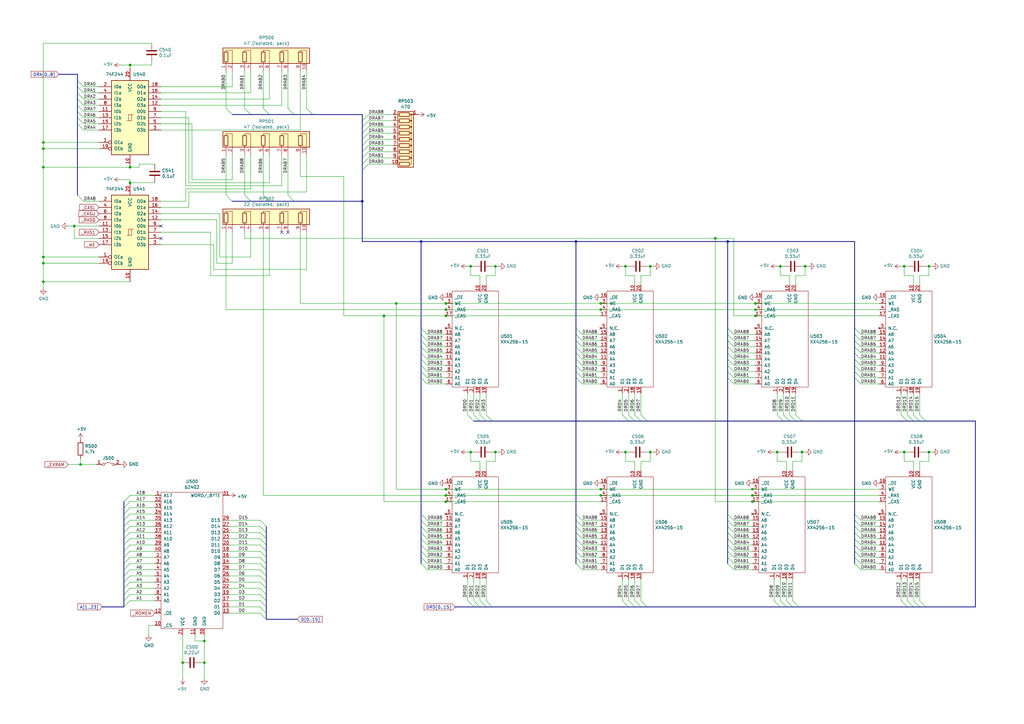
<source format=kicad_sch>
(kicad_sch (version 20230121) (generator eeschema)
  (paper "A3")
  (title_block (title "B2000 Chipram") (date "07/06/1987") (rev "6.2-a") (company "Commodore") (comment 1 "Drawn by: Dave Haynie") (comment 2 "Used on: A2000-CR") (comment 3 "Next Assy: 312725") (comment 4 "Assy: 312721"))
  (junction (at 33.02 190.5))
  (junction (at 370.84 109.22))
  (junction (at 246.38 200.66))
  (junction (at 148.59 82.55))
  (junction (at 309.88 127))
  (junction (at 182.88 205.74))
  (junction (at 298.45 99.06))
  (junction (at 17.78 60.96))
  (junction (at 53.34 68.58))
  (junction (at 246.38 124.46))
  (junction (at 17.78 105.41))
  (junction (at 172.72 99.06))
  (junction (at 193.04 185.42))
  (junction (at 17.78 115.57))
  (junction (at 266.7 109.22))
  (junction (at 308.61 203.2))
  (junction (at 203.2 109.22))
  (junction (at 83.82 271.78))
  (junction (at 308.61 205.74))
  (junction (at 256.54 185.42))
  (junction (at 17.78 107.95))
  (junction (at 236.22 99.06))
  (junction (at 330.2 109.22))
  (junction (at 370.84 185.42))
  (junction (at 182.88 124.46))
  (junction (at 17.78 58.42))
  (junction (at 74.93 271.78))
  (junction (at 162.56 124.46))
  (junction (at 182.88 203.2))
  (junction (at 328.93 185.42))
  (junction (at 318.77 185.42))
  (junction (at 381 185.42))
  (junction (at 157.48 129.54))
  (junction (at 182.88 127))
  (junction (at 182.88 200.66))
  (junction (at 203.2 185.42))
  (junction (at 309.88 124.46))
  (junction (at 320.04 109.22))
  (junction (at 53.34 26.67))
  (junction (at 246.38 127))
  (junction (at 309.88 129.54))
  (junction (at 293.37 97.79))
  (junction (at 266.7 185.42))
  (junction (at 246.38 203.2))
  (junction (at 193.04 109.22))
  (junction (at 30.48 92.71))
  (junction (at 17.78 68.58))
  (junction (at 53.34 74.93))
  (junction (at 83.82 262.89))
  (junction (at 381 109.22))
  (junction (at 256.54 109.22))
  (junction (at 308.61 200.66))
  (junction (at 182.88 129.54))
  (no_connect (at 66.04 97.79))
  (no_connect (at 66.04 92.71))
  (no_connect (at 115.57 95.25))
  (no_connect (at 118.11 95.25))
  (bus_entry (at 172.72 220.98) (size 2.54 2.54))
  (bus_entry (at 372.11 246.38) (size 2.54 2.54))
  (bus_entry (at 236.22 218.44) (size 2.54 2.54))
  (bus_entry (at 106.68 223.52) (size 2.54 2.54))
  (bus_entry (at 50.8 210.82) (size 2.54 -2.54))
  (bus_entry (at 298.45 215.9) (size 2.54 2.54))
  (bus_entry (at 236.22 152.4) (size 2.54 2.54))
  (bus_entry (at 298.45 231.14) (size 2.54 2.54))
  (bus_entry (at 106.68 238.76) (size 2.54 2.54))
  (bus_entry (at 106.68 218.44) (size 2.54 2.54))
  (bus_entry (at 350.52 226.06) (size 2.54 2.54))
  (bus_entry (at 350.52 139.7) (size 2.54 2.54))
  (bus_entry (at 298.45 152.4) (size 2.54 2.54))
  (bus_entry (at 50.8 226.06) (size 2.54 -2.54))
  (bus_entry (at 369.57 246.38) (size 2.54 2.54))
  (bus_entry (at 148.59 49.53) (size 2.54 -2.54))
  (bus_entry (at 172.72 137.16) (size 2.54 2.54))
  (bus_entry (at 50.8 233.68) (size 2.54 -2.54))
  (bus_entry (at 106.68 220.98) (size 2.54 2.54))
  (bus_entry (at 377.19 246.38) (size 2.54 2.54))
  (bus_entry (at 106.68 231.14) (size 2.54 2.54))
  (bus_entry (at 196.85 170.18) (size 2.54 2.54))
  (bus_entry (at 236.22 210.82) (size 2.54 2.54))
  (bus_entry (at 148.59 62.23) (size 2.54 -2.54))
  (bus_entry (at 350.52 213.36) (size 2.54 2.54))
  (bus_entry (at 106.68 233.68) (size 2.54 2.54))
  (bus_entry (at 92.71 80.01) (size 2.54 2.54))
  (bus_entry (at 31.75 48.26) (size 2.54 2.54))
  (bus_entry (at 298.45 220.98) (size 2.54 2.54))
  (bus_entry (at 106.68 228.6) (size 2.54 2.54))
  (bus_entry (at 50.8 218.44) (size 2.54 -2.54))
  (bus_entry (at 350.52 223.52) (size 2.54 2.54))
  (bus_entry (at 50.8 205.74) (size 2.54 -2.54))
  (bus_entry (at 236.22 139.7) (size 2.54 2.54))
  (bus_entry (at 298.45 149.86) (size 2.54 2.54))
  (bus_entry (at 106.68 226.06) (size 2.54 2.54))
  (bus_entry (at 172.72 223.52) (size 2.54 2.54))
  (bus_entry (at 50.8 215.9) (size 2.54 -2.54))
  (bus_entry (at 321.31 170.18) (size 2.54 2.54))
  (bus_entry (at 172.72 149.86) (size 2.54 2.54))
  (bus_entry (at 325.12 246.38) (size 2.54 2.54))
  (bus_entry (at 106.68 241.3) (size 2.54 2.54))
  (bus_entry (at 172.72 142.24) (size 2.54 2.54))
  (bus_entry (at 369.57 170.18) (size 2.54 2.54))
  (bus_entry (at 298.45 134.62) (size 2.54 2.54))
  (bus_entry (at 350.52 210.82) (size 2.54 2.54))
  (bus_entry (at 172.72 218.44) (size 2.54 2.54))
  (bus_entry (at 236.22 226.06) (size 2.54 2.54))
  (bus_entry (at 148.59 69.85) (size 2.54 -2.54))
  (bus_entry (at 350.52 149.86) (size 2.54 2.54))
  (bus_entry (at 148.59 52.07) (size 2.54 -2.54))
  (bus_entry (at 326.39 170.18) (size 2.54 2.54))
  (bus_entry (at 118.11 44.45) (size 2.54 2.54))
  (bus_entry (at 50.8 228.6) (size 2.54 -2.54))
  (bus_entry (at 298.45 144.78) (size 2.54 2.54))
  (bus_entry (at 106.68 246.38) (size 2.54 2.54))
  (bus_entry (at 50.8 223.52) (size 2.54 -2.54))
  (bus_entry (at 50.8 208.28) (size 2.54 -2.54))
  (bus_entry (at 31.75 38.1) (size 2.54 2.54))
  (bus_entry (at 194.31 170.18) (size 2.54 2.54))
  (bus_entry (at 172.72 134.62) (size 2.54 2.54))
  (bus_entry (at 350.52 231.14) (size 2.54 2.54))
  (bus_entry (at 172.72 147.32) (size 2.54 2.54))
  (bus_entry (at 323.85 170.18) (size 2.54 2.54))
  (bus_entry (at 31.75 80.01) (size 2.54 2.54))
  (bus_entry (at 298.45 223.52) (size 2.54 2.54))
  (bus_entry (at 191.77 170.18) (size 2.54 2.54))
  (bus_entry (at 106.68 213.36) (size 2.54 2.54))
  (bus_entry (at 298.45 213.36) (size 2.54 2.54))
  (bus_entry (at 236.22 134.62) (size 2.54 2.54))
  (bus_entry (at 255.27 246.38) (size 2.54 2.54))
  (bus_entry (at 298.45 137.16) (size 2.54 2.54))
  (bus_entry (at 196.85 246.38) (size 2.54 2.54))
  (bus_entry (at 172.72 152.4) (size 2.54 2.54))
  (bus_entry (at 50.8 241.3) (size 2.54 -2.54))
  (bus_entry (at 172.72 228.6) (size 2.54 2.54))
  (bus_entry (at 50.8 213.36) (size 2.54 -2.54))
  (bus_entry (at 31.75 35.56) (size 2.54 2.54))
  (bus_entry (at 148.59 57.15) (size 2.54 -2.54))
  (bus_entry (at 172.72 213.36) (size 2.54 2.54))
  (bus_entry (at 350.52 218.44) (size 2.54 2.54))
  (bus_entry (at 199.39 170.18) (size 2.54 2.54))
  (bus_entry (at 350.52 137.16) (size 2.54 2.54))
  (bus_entry (at 257.81 246.38) (size 2.54 2.54))
  (bus_entry (at 350.52 142.24) (size 2.54 2.54))
  (bus_entry (at 260.35 246.38) (size 2.54 2.54))
  (bus_entry (at 191.77 246.38) (size 2.54 2.54))
  (bus_entry (at 106.68 236.22) (size 2.54 2.54))
  (bus_entry (at 194.31 246.38) (size 2.54 2.54))
  (bus_entry (at 350.52 228.6) (size 2.54 2.54))
  (bus_entry (at 320.04 246.38) (size 2.54 2.54))
  (bus_entry (at 236.22 215.9) (size 2.54 2.54))
  (bus_entry (at 100.33 44.45) (size 2.54 2.54))
  (bus_entry (at 148.59 64.77) (size 2.54 -2.54))
  (bus_entry (at 350.52 144.78) (size 2.54 2.54))
  (bus_entry (at 374.65 246.38) (size 2.54 2.54))
  (bus_entry (at 106.68 248.92) (size 2.54 2.54))
  (bus_entry (at 118.11 80.01) (size 2.54 2.54))
  (bus_entry (at 107.95 44.45) (size 2.54 2.54))
  (bus_entry (at 172.72 139.7) (size 2.54 2.54))
  (bus_entry (at 172.72 231.14) (size 2.54 2.54))
  (bus_entry (at 350.52 152.4) (size 2.54 2.54))
  (bus_entry (at 298.45 139.7) (size 2.54 2.54))
  (bus_entry (at 199.39 246.38) (size 2.54 2.54))
  (bus_entry (at 31.75 45.72) (size 2.54 2.54))
  (bus_entry (at 236.22 154.94) (size 2.54 2.54))
  (bus_entry (at 350.52 154.94) (size 2.54 2.54))
  (bus_entry (at 31.75 50.8) (size 2.54 2.54))
  (bus_entry (at 106.68 215.9) (size 2.54 2.54))
  (bus_entry (at 148.59 54.61) (size 2.54 -2.54))
  (bus_entry (at 50.8 220.98) (size 2.54 -2.54))
  (bus_entry (at 92.71 44.45) (size 2.54 2.54))
  (bus_entry (at 172.72 215.9) (size 2.54 2.54))
  (bus_entry (at 350.52 220.98) (size 2.54 2.54))
  (bus_entry (at 262.89 170.18) (size 2.54 2.54))
  (bus_entry (at 236.22 228.6) (size 2.54 2.54))
  (bus_entry (at 257.81 170.18) (size 2.54 2.54))
  (bus_entry (at 125.73 44.45) (size 2.54 2.54))
  (bus_entry (at 172.72 144.78) (size 2.54 2.54))
  (bus_entry (at 322.58 246.38) (size 2.54 2.54))
  (bus_entry (at 298.45 226.06) (size 2.54 2.54))
  (bus_entry (at 236.22 147.32) (size 2.54 2.54))
  (bus_entry (at 255.27 170.18) (size 2.54 2.54))
  (bus_entry (at 148.59 59.69) (size 2.54 -2.54))
  (bus_entry (at 298.45 218.44) (size 2.54 2.54))
  (bus_entry (at 260.35 170.18) (size 2.54 2.54))
  (bus_entry (at 262.89 246.38) (size 2.54 2.54))
  (bus_entry (at 298.45 154.94) (size 2.54 2.54))
  (bus_entry (at 236.22 213.36) (size 2.54 2.54))
  (bus_entry (at 236.22 149.86) (size 2.54 2.54))
  (bus_entry (at 236.22 137.16) (size 2.54 2.54))
  (bus_entry (at 298.45 210.82) (size 2.54 2.54))
  (bus_entry (at 31.75 43.18) (size 2.54 2.54))
  (bus_entry (at 106.68 243.84) (size 2.54 2.54))
  (bus_entry (at 236.22 220.98) (size 2.54 2.54))
  (bus_entry (at 318.77 170.18) (size 2.54 2.54))
  (bus_entry (at 298.45 228.6) (size 2.54 2.54))
  (bus_entry (at 100.33 80.01) (size 2.54 2.54))
  (bus_entry (at 50.8 236.22) (size 2.54 -2.54))
  (bus_entry (at 50.8 238.76) (size 2.54 -2.54))
  (bus_entry (at 107.95 80.01) (size 2.54 2.54))
  (bus_entry (at 172.72 154.94) (size 2.54 2.54))
  (bus_entry (at 350.52 134.62) (size 2.54 2.54))
  (bus_entry (at 236.22 223.52) (size 2.54 2.54))
  (bus_entry (at 50.8 248.92) (size 2.54 -2.54))
  (bus_entry (at 317.5 246.38) (size 2.54 2.54))
  (bus_entry (at 350.52 215.9) (size 2.54 2.54))
  (bus_entry (at 172.72 210.82) (size 2.54 2.54))
  (bus_entry (at 350.52 147.32) (size 2.54 2.54))
  (bus_entry (at 236.22 231.14) (size 2.54 2.54))
  (bus_entry (at 377.19 170.18) (size 2.54 2.54))
  (bus_entry (at 50.8 246.38) (size 2.54 -2.54))
  (bus_entry (at 298.45 142.24) (size 2.54 2.54))
  (bus_entry (at 298.45 147.32) (size 2.54 2.54))
  (bus_entry (at 236.22 144.78) (size 2.54 2.54))
  (bus_entry (at 172.72 226.06) (size 2.54 2.54))
  (bus_entry (at 374.65 170.18) (size 2.54 2.54))
  (bus_entry (at 31.75 33.02) (size 2.54 2.54))
  (bus_entry (at 372.11 170.18) (size 2.54 2.54))
  (bus_entry (at 106.68 251.46) (size 2.54 2.54))
  (bus_entry (at 50.8 231.14) (size 2.54 -2.54))
  (bus_entry (at 31.75 40.64) (size 2.54 2.54))
  (bus_entry (at 148.59 67.31) (size 2.54 -2.54))
  (bus_entry (at 50.8 243.84) (size 2.54 -2.54))
  (bus_entry (at 236.22 142.24) (size 2.54 2.54))
  (wire (pts (xy 66.04 87.63) (xy 90.17 87.63)))
  (bus (pts (xy 196.85 172.72) (xy 199.39 172.72)))
  (wire (pts (xy 193.04 109.22) (xy 193.04 113.03)))
  (wire (pts (xy 360.68 144.78) (xy 353.06 144.78)))
  (wire (pts (xy 238.76 144.78) (xy 246.38 144.78)))
  (bus (pts (xy 50.8 246.38) (xy 50.8 248.92)))
  (wire (pts (xy 182.88 127) (xy 246.38 127)))
  (wire (pts (xy 309.88 127) (xy 360.68 127)))
  (wire (pts (xy 328.93 185.42) (xy 327.66 185.42)))
  (wire (pts (xy 66.04 82.55) (xy 76.2 82.55)))
  (bus (pts (xy 128.27 46.99) (xy 148.59 46.99)))
  (wire (pts (xy 63.5 238.76) (xy 53.34 238.76)))
  (bus (pts (xy 379.73 172.72) (xy 400.05 172.72)))
  (wire (pts (xy 102.87 105.41) (xy 102.87 95.25)))
  (wire (pts (xy 27.94 92.71) (xy 30.48 92.71)))
  (bus (pts (xy 350.52 215.9) (xy 350.52 218.44)))
  (bus (pts (xy 350.52 147.32) (xy 350.52 149.86)))
  (wire (pts (xy 360.68 157.48) (xy 353.06 157.48)))
  (wire (pts (xy 34.29 35.56) (xy 40.64 35.56)))
  (wire (pts (xy 323.85 161.29) (xy 323.85 170.18)))
  (wire (pts (xy 320.04 113.03) (xy 323.85 113.03)))
  (wire (pts (xy 238.76 220.98) (xy 246.38 220.98)))
  (wire (pts (xy 140.97 129.54) (xy 157.48 129.54)))
  (bus (pts (xy 172.72 223.52) (xy 172.72 226.06)))
  (bus (pts (xy 350.52 142.24) (xy 350.52 144.78)))
  (wire (pts (xy 360.68 137.16) (xy 353.06 137.16)))
  (bus (pts (xy 50.8 220.98) (xy 50.8 223.52)))
  (wire (pts (xy 95.25 73.66) (xy 95.25 63.5)))
  (bus (pts (xy 298.45 215.9) (xy 298.45 218.44)))
  (wire (pts (xy 256.54 185.42) (xy 257.81 185.42)))
  (wire (pts (xy 255.27 185.42) (xy 256.54 185.42)))
  (wire (pts (xy 266.7 113.03) (xy 266.7 109.22)))
  (wire (pts (xy 175.26 137.16) (xy 182.88 137.16)))
  (wire (pts (xy 191.77 185.42) (xy 193.04 185.42)))
  (wire (pts (xy 17.78 107.95) (xy 17.78 115.57)))
  (bus (pts (xy 50.8 205.74) (xy 50.8 208.28)))
  (wire (pts (xy 267.97 109.22) (xy 266.7 109.22)))
  (wire (pts (xy 63.5 233.68) (xy 53.34 233.68)))
  (bus (pts (xy 172.72 149.86) (xy 172.72 152.4)))
  (bus (pts (xy 172.72 220.98) (xy 172.72 223.52)))
  (bus (pts (xy 148.59 57.15) (xy 148.59 59.69)))
  (wire (pts (xy 262.89 189.23) (xy 262.89 193.04)))
  (wire (pts (xy 374.65 189.23) (xy 374.65 193.04)))
  (wire (pts (xy 300.99 226.06) (xy 308.61 226.06)))
  (wire (pts (xy 27.94 190.5) (xy 33.02 190.5)))
  (wire (pts (xy 256.54 189.23) (xy 260.35 189.23)))
  (wire (pts (xy 256.54 109.22) (xy 257.81 109.22)))
  (wire (pts (xy 262.89 189.23) (xy 266.7 189.23)))
  (bus (pts (xy 109.22 251.46) (xy 109.22 254)))
  (wire (pts (xy 40.64 107.95) (xy 17.78 107.95)))
  (bus (pts (xy 298.45 144.78) (xy 298.45 147.32)))
  (bus (pts (xy 262.89 172.72) (xy 265.43 172.72)))
  (wire (pts (xy 83.82 271.78) (xy 83.82 278.13)))
  (wire (pts (xy 17.78 60.96) (xy 17.78 68.58)))
  (wire (pts (xy 123.19 95.25) (xy 123.19 124.46)))
  (wire (pts (xy 300.99 142.24) (xy 309.88 142.24)))
  (wire (pts (xy 325.12 189.23) (xy 328.93 189.23)))
  (bus (pts (xy 298.45 147.32) (xy 298.45 149.86)))
  (wire (pts (xy 78.74 73.66) (xy 95.25 73.66)))
  (wire (pts (xy 256.54 185.42) (xy 256.54 189.23)))
  (wire (pts (xy 309.88 124.46) (xy 360.68 124.46)))
  (wire (pts (xy 257.81 161.29) (xy 257.81 170.18)))
  (bus (pts (xy 350.52 99.06) (xy 298.45 99.06)))
  (bus (pts (xy 109.22 228.6) (xy 109.22 231.14)))
  (wire (pts (xy 63.5 243.84) (xy 53.34 243.84)))
  (wire (pts (xy 93.98 248.92) (xy 106.68 248.92)))
  (wire (pts (xy 66.04 50.8) (xy 78.74 50.8)))
  (bus (pts (xy 172.72 139.7) (xy 172.72 142.24)))
  (wire (pts (xy 260.35 113.03) (xy 260.35 116.84)))
  (wire (pts (xy 88.9 107.95) (xy 95.25 107.95)))
  (wire (pts (xy 308.61 203.2) (xy 360.68 203.2)))
  (bus (pts (xy 120.65 46.99) (xy 128.27 46.99)))
  (wire (pts (xy 63.5 213.36) (xy 53.34 213.36)))
  (wire (pts (xy 370.84 185.42) (xy 370.84 189.23)))
  (wire (pts (xy 328.93 185.42) (xy 330.2 185.42)))
  (wire (pts (xy 374.65 161.29) (xy 374.65 170.18)))
  (bus (pts (xy 321.31 172.72) (xy 323.85 172.72)))
  (wire (pts (xy 193.04 113.03) (xy 196.85 113.03)))
  (wire (pts (xy 308.61 205.74) (xy 360.68 205.74)))
  (wire (pts (xy 175.26 149.86) (xy 182.88 149.86)))
  (bus (pts (xy 379.73 248.92) (xy 400.05 248.92)))
  (wire (pts (xy 238.76 231.14) (xy 246.38 231.14)))
  (wire (pts (xy 204.47 185.42) (xy 203.2 185.42)))
  (wire (pts (xy 300.99 233.68) (xy 308.61 233.68)))
  (wire (pts (xy 199.39 161.29) (xy 199.39 170.18)))
  (wire (pts (xy 30.48 92.71) (xy 30.48 97.79)))
  (wire (pts (xy 300.99 147.32) (xy 309.88 147.32)))
  (wire (pts (xy 353.06 228.6) (xy 360.68 228.6)))
  (bus (pts (xy 350.52 154.94) (xy 350.52 210.82)))
  (wire (pts (xy 95.25 35.56) (xy 95.25 29.21)))
  (wire (pts (xy 162.56 124.46) (xy 162.56 200.66)))
  (bus (pts (xy 50.8 238.76) (xy 50.8 241.3)))
  (wire (pts (xy 162.56 200.66) (xy 182.88 200.66)))
  (wire (pts (xy 199.39 113.03) (xy 203.2 113.03)))
  (bus (pts (xy 109.22 215.9) (xy 109.22 218.44)))
  (wire (pts (xy 381 189.23) (xy 381 185.42)))
  (wire (pts (xy 372.11 237.49) (xy 372.11 246.38)))
  (wire (pts (xy 115.57 76.2) (xy 115.57 63.5)))
  (bus (pts (xy 95.25 46.99) (xy 102.87 46.99)))
  (wire (pts (xy 123.19 63.5) (xy 123.19 72.39)))
  (wire (pts (xy 182.88 129.54) (xy 246.38 129.54)))
  (wire (pts (xy 17.78 60.96) (xy 40.64 60.96)))
  (wire (pts (xy 63.5 236.22) (xy 53.34 236.22)))
  (wire (pts (xy 100.33 63.5) (xy 100.33 80.01)))
  (bus (pts (xy 50.8 236.22) (xy 50.8 238.76)))
  (bus (pts (xy 148.59 49.53) (xy 148.59 52.07)))
  (bus (pts (xy 236.22 210.82) (xy 236.22 213.36)))
  (wire (pts (xy 382.27 185.42) (xy 381 185.42)))
  (bus (pts (xy 148.59 82.55) (xy 148.59 99.06)))
  (wire (pts (xy 100.33 95.25) (xy 100.33 97.79)))
  (bus (pts (xy 148.59 59.69) (xy 148.59 62.23)))
  (wire (pts (xy 374.65 237.49) (xy 374.65 246.38)))
  (wire (pts (xy 317.5 237.49) (xy 317.5 246.38)))
  (wire (pts (xy 326.39 113.03) (xy 330.2 113.03)))
  (bus (pts (xy 31.75 48.26) (xy 31.75 50.8)))
  (wire (pts (xy 33.02 190.5) (xy 39.37 190.5)))
  (bus (pts (xy 326.39 172.72) (xy 328.93 172.72)))
  (bus (pts (xy 109.22 226.06) (xy 109.22 228.6)))
  (wire (pts (xy 87.63 110.49) (xy 125.73 110.49)))
  (wire (pts (xy 203.2 189.23) (xy 203.2 185.42)))
  (bus (pts (xy 148.59 62.23) (xy 148.59 64.77)))
  (bus (pts (xy 109.22 220.98) (xy 109.22 223.52)))
  (bus (pts (xy 109.22 243.84) (xy 109.22 246.38)))
  (wire (pts (xy 300.99 223.52) (xy 308.61 223.52)))
  (wire (pts (xy 17.78 68.58) (xy 17.78 105.41)))
  (wire (pts (xy 318.77 109.22) (xy 320.04 109.22)))
  (bus (pts (xy 350.52 210.82) (xy 350.52 213.36)))
  (bus (pts (xy 201.93 172.72) (xy 257.81 172.72)))
  (wire (pts (xy 17.78 107.95) (xy 17.78 105.41)))
  (wire (pts (xy 76.2 77.47) (xy 102.87 77.47)))
  (bus (pts (xy 257.81 248.92) (xy 260.35 248.92)))
  (bus (pts (xy 196.85 248.92) (xy 199.39 248.92)))
  (wire (pts (xy 90.17 105.41) (xy 102.87 105.41)))
  (wire (pts (xy 100.33 97.79) (xy 293.37 97.79)))
  (wire (pts (xy 93.98 228.6) (xy 106.68 228.6)))
  (bus (pts (xy 50.8 231.14) (xy 50.8 233.68)))
  (wire (pts (xy 125.73 110.49) (xy 125.73 95.25)))
  (wire (pts (xy 17.78 115.57) (xy 17.78 118.11)))
  (wire (pts (xy 17.78 17.78) (xy 17.78 58.42)))
  (wire (pts (xy 93.98 243.84) (xy 106.68 243.84)))
  (bus (pts (xy 350.52 218.44) (xy 350.52 220.98)))
  (wire (pts (xy 266.7 189.23) (xy 266.7 185.42)))
  (bus (pts (xy 236.22 147.32) (xy 236.22 149.86)))
  (bus (pts (xy 236.22 99.06) (xy 172.72 99.06)))
  (wire (pts (xy 53.34 26.67) (xy 62.23 26.67)))
  (wire (pts (xy 381 109.22) (xy 379.73 109.22)))
  (bus (pts (xy 148.59 54.61) (xy 148.59 57.15)))
  (bus (pts (xy 236.22 226.06) (xy 236.22 228.6)))
  (wire (pts (xy 151.13 46.99) (xy 161.29 46.99)))
  (bus (pts (xy 109.22 238.76) (xy 109.22 241.3)))
  (wire (pts (xy 320.04 109.22) (xy 321.31 109.22)))
  (bus (pts (xy 298.45 220.98) (xy 298.45 223.52)))
  (wire (pts (xy 93.98 231.14) (xy 106.68 231.14)))
  (wire (pts (xy 175.26 154.94) (xy 182.88 154.94)))
  (wire (pts (xy 266.7 109.22) (xy 265.43 109.22)))
  (bus (pts (xy 236.22 154.94) (xy 236.22 210.82)))
  (bus (pts (xy 50.8 233.68) (xy 50.8 236.22)))
  (wire (pts (xy 300.99 152.4) (xy 309.88 152.4)))
  (wire (pts (xy 53.34 73.66) (xy 53.34 74.93)))
  (wire (pts (xy 157.48 129.54) (xy 157.48 205.74)))
  (wire (pts (xy 125.73 29.21) (xy 125.73 44.45)))
  (bus (pts (xy 236.22 215.9) (xy 236.22 218.44)))
  (wire (pts (xy 199.39 237.49) (xy 199.39 246.38)))
  (bus (pts (xy 298.45 223.52) (xy 298.45 226.06)))
  (wire (pts (xy 353.06 213.36) (xy 360.68 213.36)))
  (bus (pts (xy 172.72 137.16) (xy 172.72 139.7)))
  (bus (pts (xy 236.22 144.78) (xy 236.22 147.32)))
  (wire (pts (xy 328.93 189.23) (xy 328.93 185.42)))
  (wire (pts (xy 102.87 38.1) (xy 102.87 29.21)))
  (bus (pts (xy 328.93 172.72) (xy 372.11 172.72)))
  (wire (pts (xy 369.57 185.42) (xy 370.84 185.42)))
  (bus (pts (xy 350.52 226.06) (xy 350.52 228.6)))
  (wire (pts (xy 175.26 147.32) (xy 182.88 147.32)))
  (wire (pts (xy 110.49 40.64) (xy 110.49 29.21)))
  (wire (pts (xy 238.76 215.9) (xy 246.38 215.9)))
  (wire (pts (xy 381 185.42) (xy 379.73 185.42)))
  (wire (pts (xy 238.76 139.7) (xy 246.38 139.7)))
  (bus (pts (xy 262.89 248.92) (xy 265.43 248.92)))
  (wire (pts (xy 123.19 53.34) (xy 123.19 29.21)))
  (wire (pts (xy 191.77 237.49) (xy 191.77 246.38)))
  (wire (pts (xy 66.04 45.72) (xy 76.2 45.72)))
  (wire (pts (xy 325.12 237.49) (xy 325.12 246.38)))
  (wire (pts (xy 330.2 109.22) (xy 328.93 109.22)))
  (wire (pts (xy 360.68 152.4) (xy 353.06 152.4)))
  (wire (pts (xy 93.98 251.46) (xy 106.68 251.46)))
  (wire (pts (xy 63.5 215.9) (xy 53.34 215.9)))
  (wire (pts (xy 175.26 231.14) (xy 182.88 231.14)))
  (wire (pts (xy 49.53 73.66) (xy 53.34 73.66)))
  (wire (pts (xy 66.04 35.56) (xy 95.25 35.56)))
  (bus (pts (xy 50.8 248.92) (xy 41.91 248.92)))
  (wire (pts (xy 300.99 213.36) (xy 308.61 213.36)))
  (bus (pts (xy 236.22 152.4) (xy 236.22 154.94)))
  (wire (pts (xy 151.13 62.23) (xy 161.29 62.23)))
  (wire (pts (xy 175.26 223.52) (xy 182.88 223.52)))
  (bus (pts (xy 260.35 248.92) (xy 262.89 248.92)))
  (bus (pts (xy 109.22 236.22) (xy 109.22 238.76)))
  (bus (pts (xy 298.45 99.06) (xy 298.45 134.62)))
  (wire (pts (xy 82.55 271.78) (xy 83.82 271.78)))
  (bus (pts (xy 172.72 144.78) (xy 172.72 147.32)))
  (bus (pts (xy 298.45 142.24) (xy 298.45 144.78)))
  (wire (pts (xy 63.5 205.74) (xy 53.34 205.74)))
  (wire (pts (xy 93.98 220.98) (xy 106.68 220.98)))
  (bus (pts (xy 350.52 213.36) (xy 350.52 215.9)))
  (wire (pts (xy 66.04 95.25) (xy 86.36 95.25)))
  (wire (pts (xy 370.84 113.03) (xy 374.65 113.03)))
  (bus (pts (xy 172.72 134.62) (xy 172.72 137.16)))
  (bus (pts (xy 350.52 137.16) (xy 350.52 139.7)))
  (wire (pts (xy 83.82 262.89) (xy 83.82 271.78)))
  (bus (pts (xy 109.22 233.68) (xy 109.22 236.22)))
  (wire (pts (xy 293.37 205.74) (xy 308.61 205.74)))
  (bus (pts (xy 102.87 82.55) (xy 110.49 82.55)))
  (wire (pts (xy 175.26 157.48) (xy 182.88 157.48)))
  (wire (pts (xy 238.76 218.44) (xy 246.38 218.44)))
  (wire (pts (xy 175.26 226.06) (xy 182.88 226.06)))
  (wire (pts (xy 360.68 154.94) (xy 353.06 154.94)))
  (wire (pts (xy 353.06 220.98) (xy 360.68 220.98)))
  (bus (pts (xy 298.45 154.94) (xy 298.45 210.82)))
  (bus (pts (xy 236.22 218.44) (xy 236.22 220.98)))
  (wire (pts (xy 182.88 203.2) (xy 246.38 203.2)))
  (wire (pts (xy 360.68 147.32) (xy 353.06 147.32)))
  (wire (pts (xy 92.71 127) (xy 182.88 127)))
  (wire (pts (xy 238.76 213.36) (xy 246.38 213.36)))
  (wire (pts (xy 377.19 113.03) (xy 377.19 116.84)))
  (bus (pts (xy 298.45 226.06) (xy 298.45 228.6)))
  (bus (pts (xy 372.11 248.92) (xy 374.65 248.92)))
  (wire (pts (xy 353.06 226.06) (xy 360.68 226.06)))
  (bus (pts (xy 50.8 210.82) (xy 50.8 213.36)))
  (wire (pts (xy 87.63 100.33) (xy 87.63 110.49)))
  (wire (pts (xy 372.11 161.29) (xy 372.11 170.18)))
  (wire (pts (xy 238.76 157.48) (xy 246.38 157.48)))
  (wire (pts (xy 246.38 127) (xy 309.88 127)))
  (wire (pts (xy 76.2 45.72) (xy 76.2 76.2)))
  (bus (pts (xy 31.75 45.72) (xy 31.75 48.26)))
  (wire (pts (xy 175.26 215.9) (xy 182.88 215.9)))
  (wire (pts (xy 199.39 113.03) (xy 199.39 116.84)))
  (bus (pts (xy 172.72 226.06) (xy 172.72 228.6)))
  (wire (pts (xy 157.48 205.74) (xy 182.88 205.74)))
  (wire (pts (xy 330.2 113.03) (xy 330.2 109.22)))
  (wire (pts (xy 107.95 95.25) (xy 107.95 203.2)))
  (wire (pts (xy 320.04 237.49) (xy 320.04 246.38)))
  (wire (pts (xy 238.76 233.68) (xy 246.38 233.68)))
  (wire (pts (xy 238.76 142.24) (xy 246.38 142.24)))
  (wire (pts (xy 63.5 74.93) (xy 53.34 74.93)))
  (bus (pts (xy 298.45 99.06) (xy 236.22 99.06)))
  (bus (pts (xy 172.72 142.24) (xy 172.72 144.78)))
  (wire (pts (xy 203.2 113.03) (xy 203.2 109.22)))
  (wire (pts (xy 262.89 237.49) (xy 262.89 246.38)))
  (wire (pts (xy 204.47 109.22) (xy 203.2 109.22)))
  (bus (pts (xy 298.45 228.6) (xy 298.45 231.14)))
  (wire (pts (xy 63.5 218.44) (xy 53.34 218.44)))
  (wire (pts (xy 353.06 231.14) (xy 360.68 231.14)))
  (wire (pts (xy 300.99 149.86) (xy 309.88 149.86)))
  (wire (pts (xy 63.5 210.82) (xy 53.34 210.82)))
  (bus (pts (xy 172.72 228.6) (xy 172.72 231.14)))
  (bus (pts (xy 350.52 223.52) (xy 350.52 226.06)))
  (wire (pts (xy 175.26 142.24) (xy 182.88 142.24)))
  (bus (pts (xy 236.22 223.52) (xy 236.22 226.06)))
  (wire (pts (xy 49.53 26.67) (xy 53.34 26.67)))
  (bus (pts (xy 201.93 248.92) (xy 257.81 248.92)))
  (wire (pts (xy 182.88 205.74) (xy 246.38 205.74)))
  (bus (pts (xy 109.22 231.14) (xy 109.22 233.68)))
  (wire (pts (xy 196.85 237.49) (xy 196.85 246.38)))
  (wire (pts (xy 157.48 129.54) (xy 182.88 129.54)))
  (bus (pts (xy 50.8 241.3) (xy 50.8 243.84)))
  (bus (pts (xy 50.8 226.06) (xy 50.8 228.6)))
  (wire (pts (xy 326.39 161.29) (xy 326.39 170.18)))
  (wire (pts (xy 78.74 50.8) (xy 78.74 73.66)))
  (wire (pts (xy 238.76 137.16) (xy 246.38 137.16)))
  (wire (pts (xy 300.99 157.48) (xy 309.88 157.48)))
  (bus (pts (xy 322.58 248.92) (xy 325.12 248.92)))
  (wire (pts (xy 300.99 231.14) (xy 308.61 231.14)))
  (wire (pts (xy 246.38 124.46) (xy 309.88 124.46)))
  (bus (pts (xy 31.75 40.64) (xy 31.75 43.18)))
  (bus (pts (xy 31.75 38.1) (xy 31.75 40.64)))
  (bus (pts (xy 172.72 99.06) (xy 172.72 134.62)))
  (wire (pts (xy 86.36 113.03) (xy 110.49 113.03)))
  (bus (pts (xy 110.49 46.99) (xy 120.65 46.99)))
  (wire (pts (xy 151.13 49.53) (xy 161.29 49.53)))
  (bus (pts (xy 31.75 33.02) (xy 31.75 35.56)))
  (wire (pts (xy 66.04 43.18) (xy 115.57 43.18)))
  (wire (pts (xy 80.01 262.89) (xy 83.82 262.89)))
  (wire (pts (xy 74.93 271.78) (xy 74.93 278.13)))
  (wire (pts (xy 194.31 237.49) (xy 194.31 246.38)))
  (wire (pts (xy 175.26 139.7) (xy 182.88 139.7)))
  (wire (pts (xy 300.99 228.6) (xy 308.61 228.6)))
  (wire (pts (xy 191.77 109.22) (xy 193.04 109.22)))
  (wire (pts (xy 34.29 50.8) (xy 40.64 50.8)))
  (wire (pts (xy 326.39 113.03) (xy 326.39 116.84)))
  (bus (pts (xy 298.45 210.82) (xy 298.45 213.36)))
  (wire (pts (xy 377.19 189.23) (xy 377.19 193.04)))
  (bus (pts (xy 236.22 220.98) (xy 236.22 223.52)))
  (wire (pts (xy 151.13 57.15) (xy 161.29 57.15)))
  (bus (pts (xy 236.22 142.24) (xy 236.22 144.78)))
  (wire (pts (xy 63.5 223.52) (xy 53.34 223.52)))
  (wire (pts (xy 100.33 29.21) (xy 100.33 44.45)))
  (wire (pts (xy 325.12 189.23) (xy 325.12 193.04)))
  (wire (pts (xy 246.38 203.2) (xy 308.61 203.2)))
  (wire (pts (xy 191.77 161.29) (xy 191.77 170.18)))
  (bus (pts (xy 350.52 228.6) (xy 350.52 231.14)))
  (bus (pts (xy 236.22 137.16) (xy 236.22 139.7)))
  (wire (pts (xy 57.15 68.58) (xy 57.15 67.31)))
  (wire (pts (xy 238.76 226.06) (xy 246.38 226.06)))
  (wire (pts (xy 360.68 142.24) (xy 353.06 142.24)))
  (wire (pts (xy 66.04 48.26) (xy 77.47 48.26)))
  (bus (pts (xy 110.49 82.55) (xy 120.65 82.55)))
  (bus (pts (xy 265.43 172.72) (xy 321.31 172.72)))
  (wire (pts (xy 182.88 124.46) (xy 246.38 124.46)))
  (bus (pts (xy 327.66 248.92) (xy 372.11 248.92)))
  (bus (pts (xy 109.22 248.92) (xy 109.22 251.46)))
  (wire (pts (xy 92.71 80.01) (xy 92.71 63.5)))
  (wire (pts (xy 308.61 200.66) (xy 360.68 200.66)))
  (wire (pts (xy 175.26 218.44) (xy 182.88 218.44)))
  (wire (pts (xy 74.93 260.35) (xy 74.93 271.78)))
  (wire (pts (xy 57.15 67.31) (xy 63.5 67.31)))
  (bus (pts (xy 323.85 172.72) (xy 326.39 172.72)))
  (bus (pts (xy 172.72 210.82) (xy 172.72 213.36)))
  (wire (pts (xy 76.2 76.2) (xy 115.57 76.2)))
  (wire (pts (xy 300.99 215.9) (xy 308.61 215.9)))
  (wire (pts (xy 262.89 161.29) (xy 262.89 170.18)))
  (bus (pts (xy 50.8 228.6) (xy 50.8 231.14)))
  (bus (pts (xy 120.65 82.55) (xy 148.59 82.55)))
  (wire (pts (xy 93.98 213.36) (xy 106.68 213.36)))
  (bus (pts (xy 31.75 50.8) (xy 31.75 80.01)))
  (bus (pts (xy 50.8 208.28) (xy 50.8 210.82)))
  (wire (pts (xy 34.29 40.64) (xy 40.64 40.64)))
  (wire (pts (xy 62.23 26.67) (xy 62.23 25.4)))
  (wire (pts (xy 175.26 228.6) (xy 182.88 228.6)))
  (wire (pts (xy 151.13 52.07) (xy 161.29 52.07)))
  (bus (pts (xy 148.59 99.06) (xy 172.72 99.06)))
  (bus (pts (xy 265.43 248.92) (xy 320.04 248.92)))
  (bus (pts (xy 194.31 248.92) (xy 196.85 248.92)))
  (wire (pts (xy 77.47 74.93) (xy 110.49 74.93)))
  (bus (pts (xy 172.72 152.4) (xy 172.72 154.94)))
  (bus (pts (xy 109.22 223.52) (xy 109.22 226.06)))
  (bus (pts (xy 148.59 67.31) (xy 148.59 69.85)))
  (bus (pts (xy 325.12 248.92) (xy 327.66 248.92)))
  (wire (pts (xy 63.5 208.28) (xy 53.34 208.28)))
  (bus (pts (xy 102.87 46.99) (xy 110.49 46.99)))
  (wire (pts (xy 300.99 220.98) (xy 308.61 220.98)))
  (bus (pts (xy 377.19 248.92) (xy 379.73 248.92)))
  (wire (pts (xy 238.76 147.32) (xy 246.38 147.32)))
  (wire (pts (xy 93.98 218.44) (xy 106.68 218.44)))
  (wire (pts (xy 80.01 260.35) (xy 80.01 262.89)))
  (wire (pts (xy 53.34 68.58) (xy 57.15 68.58)))
  (bus (pts (xy 236.22 228.6) (xy 236.22 231.14)))
  (wire (pts (xy 377.19 161.29) (xy 377.19 170.18)))
  (wire (pts (xy 309.88 129.54) (xy 360.68 129.54)))
  (wire (pts (xy 353.06 233.68) (xy 360.68 233.68)))
  (wire (pts (xy 300.99 139.7) (xy 309.88 139.7)))
  (wire (pts (xy 118.11 63.5) (xy 118.11 80.01)))
  (wire (pts (xy 60.96 260.35) (xy 60.96 256.54)))
  (bus (pts (xy 186.69 248.92) (xy 194.31 248.92)))
  (wire (pts (xy 125.73 78.74) (xy 125.73 63.5)))
  (bus (pts (xy 50.8 243.84) (xy 50.8 246.38)))
  (wire (pts (xy 300.99 129.54) (xy 309.88 129.54)))
  (wire (pts (xy 369.57 237.49) (xy 369.57 246.38)))
  (wire (pts (xy 63.5 241.3) (xy 53.34 241.3)))
  (wire (pts (xy 53.34 26.67) (xy 53.34 27.94)))
  (wire (pts (xy 175.26 144.78) (xy 182.88 144.78)))
  (wire (pts (xy 17.78 17.78) (xy 62.23 17.78)))
  (wire (pts (xy 93.98 226.06) (xy 106.68 226.06)))
  (wire (pts (xy 300.99 97.79) (xy 300.99 129.54)))
  (wire (pts (xy 260.35 237.49) (xy 260.35 246.38)))
  (wire (pts (xy 374.65 113.03) (xy 374.65 116.84)))
  (wire (pts (xy 17.78 58.42) (xy 17.78 60.96)))
  (bus (pts (xy 50.8 223.52) (xy 50.8 226.06)))
  (wire (pts (xy 238.76 154.94) (xy 246.38 154.94)))
  (wire (pts (xy 193.04 185.42) (xy 193.04 189.23)))
  (wire (pts (xy 88.9 90.17) (xy 88.9 107.95)))
  (wire (pts (xy 63.5 220.98) (xy 53.34 220.98)))
  (wire (pts (xy 262.89 113.03) (xy 266.7 113.03)))
  (wire (pts (xy 63.5 231.14) (xy 53.34 231.14)))
  (wire (pts (xy 53.34 115.57) (xy 17.78 115.57)))
  (wire (pts (xy 93.98 246.38) (xy 106.68 246.38)))
  (bus (pts (xy 172.72 154.94) (xy 172.72 210.82)))
  (wire (pts (xy 34.29 82.55) (xy 40.64 82.55)))
  (bus (pts (xy 109.22 218.44) (xy 109.22 220.98)))
  (bus (pts (xy 374.65 248.92) (xy 377.19 248.92)))
  (wire (pts (xy 370.84 185.42) (xy 372.11 185.42)))
  (bus (pts (xy 148.59 64.77) (xy 148.59 67.31)))
  (wire (pts (xy 107.95 203.2) (xy 182.88 203.2)))
  (wire (pts (xy 34.29 45.72) (xy 40.64 45.72)))
  (bus (pts (xy 372.11 172.72) (xy 374.65 172.72)))
  (wire (pts (xy 66.04 38.1) (xy 102.87 38.1)))
  (wire (pts (xy 377.19 189.23) (xy 381 189.23)))
  (bus (pts (xy 172.72 147.32) (xy 172.72 149.86)))
  (bus (pts (xy 298.45 152.4) (xy 298.45 154.94)))
  (wire (pts (xy 193.04 189.23) (xy 196.85 189.23)))
  (wire (pts (xy 370.84 189.23) (xy 374.65 189.23)))
  (wire (pts (xy 353.06 218.44) (xy 360.68 218.44)))
  (wire (pts (xy 318.77 185.42) (xy 317.5 185.42)))
  (wire (pts (xy 151.13 67.31) (xy 161.29 67.31)))
  (wire (pts (xy 318.77 189.23) (xy 318.77 185.42)))
  (wire (pts (xy 76.2 82.55) (xy 76.2 77.47)))
  (wire (pts (xy 63.5 246.38) (xy 53.34 246.38)))
  (wire (pts (xy 203.2 185.42) (xy 201.93 185.42)))
  (wire (pts (xy 293.37 97.79) (xy 300.99 97.79)))
  (wire (pts (xy 238.76 152.4) (xy 246.38 152.4)))
  (bus (pts (xy 148.59 52.07) (xy 148.59 54.61)))
  (bus (pts (xy 50.8 218.44) (xy 50.8 220.98)))
  (wire (pts (xy 93.98 238.76) (xy 106.68 238.76)))
  (bus (pts (xy 350.52 99.06) (xy 350.52 134.62)))
  (bus (pts (xy 236.22 139.7) (xy 236.22 142.24)))
  (wire (pts (xy 266.7 185.42) (xy 265.43 185.42)))
  (wire (pts (xy 377.19 237.49) (xy 377.19 246.38)))
  (bus (pts (xy 236.22 149.86) (xy 236.22 152.4)))
  (wire (pts (xy 322.58 237.49) (xy 322.58 246.38)))
  (wire (pts (xy 115.57 43.18) (xy 115.57 29.21)))
  (wire (pts (xy 196.85 113.03) (xy 196.85 116.84)))
  (wire (pts (xy 34.29 48.26) (xy 40.64 48.26)))
  (bus (pts (xy 350.52 149.86) (xy 350.52 152.4)))
  (wire (pts (xy 321.31 161.29) (xy 321.31 170.18)))
  (bus (pts (xy 257.81 172.72) (xy 260.35 172.72)))
  (bus (pts (xy 350.52 144.78) (xy 350.52 147.32)))
  (wire (pts (xy 370.84 109.22) (xy 372.11 109.22)))
  (wire (pts (xy 123.19 124.46) (xy 162.56 124.46)))
  (wire (pts (xy 300.99 144.78) (xy 309.88 144.78)))
  (wire (pts (xy 102.87 77.47) (xy 102.87 63.5)))
  (bus (pts (xy 350.52 152.4) (xy 350.52 154.94)))
  (wire (pts (xy 238.76 149.86) (xy 246.38 149.86)))
  (wire (pts (xy 182.88 200.66) (xy 246.38 200.66)))
  (wire (pts (xy 267.97 185.42) (xy 266.7 185.42)))
  (wire (pts (xy 331.47 109.22) (xy 330.2 109.22)))
  (bus (pts (xy 148.59 69.85) (xy 148.59 82.55)))
  (bus (pts (xy 236.22 134.62) (xy 236.22 137.16)))
  (wire (pts (xy 123.19 72.39) (xy 140.97 72.39)))
  (bus (pts (xy 109.22 241.3) (xy 109.22 243.84)))
  (bus (pts (xy 298.45 213.36) (xy 298.45 215.9)))
  (wire (pts (xy 238.76 228.6) (xy 246.38 228.6)))
  (bus (pts (xy 350.52 134.62) (xy 350.52 137.16)))
  (bus (pts (xy 400.05 172.72) (xy 400.05 248.92)))
  (wire (pts (xy 77.47 85.09) (xy 77.47 78.74)))
  (wire (pts (xy 110.49 113.03) (xy 110.49 95.25)))
  (wire (pts (xy 322.58 193.04) (xy 322.58 189.23)))
  (wire (pts (xy 370.84 109.22) (xy 370.84 113.03)))
  (wire (pts (xy 382.27 109.22) (xy 381 109.22)))
  (wire (pts (xy 34.29 38.1) (xy 40.64 38.1)))
  (wire (pts (xy 66.04 40.64) (xy 110.49 40.64)))
  (wire (pts (xy 86.36 95.25) (xy 86.36 113.03)))
  (wire (pts (xy 246.38 200.66) (xy 308.61 200.66)))
  (bus (pts (xy 199.39 248.92) (xy 201.93 248.92)))
  (wire (pts (xy 318.77 185.42) (xy 320.04 185.42)))
  (bus (pts (xy 148.59 46.99) (xy 148.59 49.53)))
  (wire (pts (xy 66.04 53.34) (xy 123.19 53.34)))
  (wire (pts (xy 151.13 59.69) (xy 161.29 59.69)))
  (wire (pts (xy 193.04 109.22) (xy 194.31 109.22)))
  (wire (pts (xy 353.06 215.9) (xy 360.68 215.9)))
  (wire (pts (xy 162.56 124.46) (xy 182.88 124.46)))
  (wire (pts (xy 90.17 87.63) (xy 90.17 105.41)))
  (wire (pts (xy 196.85 189.23) (xy 196.85 193.04)))
  (wire (pts (xy 93.98 223.52) (xy 106.68 223.52)))
  (bus (pts (xy 298.45 134.62) (xy 298.45 137.16)))
  (wire (pts (xy 238.76 223.52) (xy 246.38 223.52)))
  (wire (pts (xy 63.5 203.2) (xy 53.34 203.2)))
  (wire (pts (xy 300.99 154.94) (xy 309.88 154.94)))
  (bus (pts (xy 95.25 82.55) (xy 102.87 82.55)))
  (bus (pts (xy 172.72 213.36) (xy 172.72 215.9)))
  (bus (pts (xy 377.19 172.72) (xy 379.73 172.72)))
  (wire (pts (xy 262.89 113.03) (xy 262.89 116.84)))
  (wire (pts (xy 34.29 53.34) (xy 40.64 53.34)))
  (wire (pts (xy 17.78 105.41) (xy 40.64 105.41)))
  (wire (pts (xy 66.04 100.33) (xy 87.63 100.33)))
  (wire (pts (xy 194.31 161.29) (xy 194.31 170.18)))
  (wire (pts (xy 95.25 107.95) (xy 95.25 95.25)))
  (wire (pts (xy 320.04 109.22) (xy 320.04 113.03)))
  (wire (pts (xy 369.57 109.22) (xy 370.84 109.22)))
  (bus (pts (xy 236.22 99.06) (xy 236.22 134.62)))
  (wire (pts (xy 30.48 97.79) (xy 40.64 97.79)))
  (bus (pts (xy 31.75 35.56) (xy 31.75 38.1)))
  (wire (pts (xy 300.99 137.16) (xy 309.88 137.16)))
  (wire (pts (xy 293.37 97.79) (xy 293.37 205.74)))
  (wire (pts (xy 360.68 139.7) (xy 353.06 139.7)))
  (wire (pts (xy 63.5 228.6) (xy 53.34 228.6)))
  (wire (pts (xy 93.98 241.3) (xy 106.68 241.3)))
  (wire (pts (xy 256.54 113.03) (xy 260.35 113.03)))
  (wire (pts (xy 34.29 43.18) (xy 40.64 43.18)))
  (wire (pts (xy 199.39 189.23) (xy 199.39 193.04)))
  (wire (pts (xy 66.04 90.17) (xy 88.9 90.17)))
  (wire (pts (xy 255.27 161.29) (xy 255.27 170.18)))
  (bus (pts (xy 121.92 254) (xy 109.22 254)))
  (bus (pts (xy 199.39 172.72) (xy 201.93 172.72)))
  (bus (pts (xy 31.75 30.48) (xy 31.75 33.02)))
  (wire (pts (xy 369.57 161.29) (xy 369.57 170.18)))
  (wire (pts (xy 377.19 113.03) (xy 381 113.03)))
  (bus (pts (xy 194.31 172.72) (xy 196.85 172.72)))
  (wire (pts (xy 53.34 68.58) (xy 17.78 68.58)))
  (wire (pts (xy 256.54 109.22) (xy 256.54 113.03)))
  (wire (pts (xy 60.96 256.54) (xy 63.5 256.54)))
  (wire (pts (xy 260.35 189.23) (xy 260.35 193.04)))
  (wire (pts (xy 77.47 48.26) (xy 77.47 74.93)))
  (bus (pts (xy 24.13 30.48) (xy 31.75 30.48)))
  (wire (pts (xy 175.26 233.68) (xy 182.88 233.68)))
  (bus (pts (xy 298.45 139.7) (xy 298.45 142.24)))
  (wire (pts (xy 107.95 29.21) (xy 107.95 44.45)))
  (bus (pts (xy 236.22 213.36) (xy 236.22 215.9)))
  (bus (pts (xy 298.45 149.86) (xy 298.45 152.4)))
  (bus (pts (xy 298.45 218.44) (xy 298.45 220.98)))
  (wire (pts (xy 66.04 85.09) (xy 77.47 85.09)))
  (wire (pts (xy 30.48 92.71) (xy 40.64 92.71)))
  (wire (pts (xy 322.58 189.23) (xy 318.77 189.23)))
  (wire (pts (xy 203.2 109.22) (xy 201.93 109.22)))
  (wire (pts (xy 93.98 233.68) (xy 106.68 233.68)))
  (wire (pts (xy 83.82 260.35) (xy 83.82 262.89)))
  (wire (pts (xy 196.85 161.29) (xy 196.85 170.18)))
  (wire (pts (xy 260.35 161.29) (xy 260.35 170.18)))
  (wire (pts (xy 175.26 220.98) (xy 182.88 220.98)))
  (bus (pts (xy 50.8 213.36) (xy 50.8 215.9)))
  (bus (pts (xy 260.35 172.72) (xy 262.89 172.72)))
  (bus (pts (xy 298.45 137.16) (xy 298.45 139.7)))
  (wire (pts (xy 381 113.03) (xy 381 109.22)))
  (wire (pts (xy 63.5 226.06) (xy 53.34 226.06)))
  (wire (pts (xy 255.27 237.49) (xy 255.27 246.38)))
  (wire (pts (xy 92.71 29.21) (xy 92.71 44.45)))
  (bus (pts (xy 350.52 220.98) (xy 350.52 223.52)))
  (bus (pts (xy 320.04 248.92) (xy 322.58 248.92)))
  (wire (pts (xy 40.64 58.42) (xy 17.78 58.42)))
  (wire (pts (xy 151.13 64.77) (xy 161.29 64.77)))
  (wire (pts (xy 151.13 54.61) (xy 161.29 54.61)))
  (bus (pts (xy 50.8 215.9) (xy 50.8 218.44)))
  (wire (pts (xy 175.26 152.4) (xy 182.88 152.4)))
  (wire (pts (xy 92.71 95.25) (xy 92.71 127)))
  (bus (pts (xy 109.22 246.38) (xy 109.22 248.92)))
  (bus (pts (xy 374.65 172.72) (xy 377.19 172.72)))
  (bus (pts (xy 350.52 139.7) (xy 350.52 142.24)))
  (wire (pts (xy 353.06 223.52) (xy 360.68 223.52)))
  (bus (pts (xy 172.72 218.44) (xy 172.72 220.98)))
  (wire (pts (xy 77.47 78.74) (xy 125.73 78.74)))
  (wire (pts (xy 175.26 213.36) (xy 182.88 213.36)))
  (wire (pts (xy 93.98 236.22) (xy 106.68 236.22)))
  (wire (pts (xy 33.02 190.5) (xy 33.02 187.96)))
  (wire (pts (xy 107.95 80.01) (xy 107.95 63.5)))
  (wire (pts (xy 199.39 189.23) (xy 203.2 189.23)))
  (wire (pts (xy 323.85 113.03) (xy 323.85 116.84)))
  (wire (pts (xy 300.99 218.44) (xy 308.61 218.44)))
  (wire (pts (xy 255.27 109.22) (xy 256.54 109.22)))
  (wire (pts (xy 257.81 237.49) (xy 257.81 246.38)))
  (wire (pts (xy 318.77 161.29) (xy 318.77 170.18)))
  (wire (pts (xy 360.68 149.86) (xy 353.06 149.86)))
  (wire (pts (xy 110.49 74.93) (xy 110.49 63.5)))
  (bus (pts (xy 31.75 43.18) (xy 31.75 45.72)))
  (wire (pts (xy 193.04 185.42) (xy 194.31 185.42)))
  (bus (pts (xy 172.72 215.9) (xy 172.72 218.44)))
  (wire (pts (xy 118.11 29.21) (xy 118.11 44.45)))
  (wire (pts (xy 140.97 72.39) (xy 140.97 129.54)))
  (wire (pts (xy 93.98 215.9) (xy 106.68 215.9)))
  (label "D7" (at 97.79 233.68 0))
  (label "DRD14" (at 374.65 168.91 90))
  (label "DRAB7" (at 118.11 71.12 90))
  (label "DRAB6" (at 300.99 142.24 0))
  (label "DRD14" (at 374.65 245.11 90))
  (label "DRD4" (at 255.27 168.91 90))
  (label "A11" (at 55.88 220.98 0))
  (label "DRAB7" (at 175.26 215.9 0))
  (label "DRD11" (at 325.12 245.11 90))
  (label "DRAB0" (at 238.76 157.48 0))
  (label "DRAB4" (at 300.99 147.32 0))
  (label "DRAB4" (at 353.06 223.52 0))
  (label "DRAB0" (at 300.99 233.68 0))
  (label "DRAB5" (at 353.06 144.78 0))
  (label "DRAB5" (at 151.13 54.61 0))
  (label "DRA1" (at 34.29 38.1 0))
  (label "DRAB2" (at 151.13 62.23 0))
  (label "DRAB1" (at 353.06 154.94 0))
  (label "D1" (at 97.79 248.92 0))
  (label "DRD3" (at 199.39 245.11 90))
  (label "DRAB7" (at 353.06 215.9 0))
  (label "DRAB2" (at 175.26 152.4 0))
  (label "DRAB7" (at 300.99 215.9 0))
  (label "D2" (at 97.79 246.38 0))
  (label "DRAB5" (at 353.06 220.98 0))
  (label "D11" (at 97.79 223.52 0))
  (label "A9" (at 55.88 226.06 0))
  (label "DRAB4" (at 238.76 223.52 0))
  (label "DRD7" (at 262.89 245.11 90))
  (label "DRA0" (at 34.29 35.56 0))
  (label "DRAB5" (at 300.99 220.98 0))
  (label "DRAB3" (at 300.99 149.86 0))
  (label "DRAB2" (at 175.26 228.6 0))
  (label "DRAB6" (at 238.76 218.44 0))
  (label "DRAB0" (at 175.26 233.68 0))
  (label "DRAB2" (at 353.06 228.6 0))
  (label "A7" (at 55.88 231.14 0))
  (label "D15" (at 97.79 213.36 0))
  (label "D9" (at 97.79 228.6 0))
  (label "DRD13" (at 372.11 245.11 90))
  (label "DRAB8" (at 238.76 213.36 0))
  (label "DRAB1" (at 300.99 154.94 0))
  (label "DRAB4" (at 300.99 223.52 0))
  (label "DRD1" (at 194.31 245.11 90))
  (label "DRAB8" (at 100.33 71.12 90))
  (label "DRAB6" (at 238.76 142.24 0))
  (label "DRAB2" (at 238.76 152.4 0))
  (label "DRD5" (at 257.81 168.91 90))
  (label "DRAB8" (at 353.06 213.36 0))
  (label "DRA5" (at 34.29 50.8 0))
  (label "DRAB1" (at 238.76 231.14 0))
  (label "DRAB1" (at 300.99 231.14 0))
  (label "DRAB8" (at 300.99 213.36 0))
  (label "DRAB1" (at 151.13 64.77 0))
  (label "DRAB8" (at 175.26 213.36 0))
  (label "DRA4" (at 34.29 53.34 0))
  (label "D13" (at 97.79 218.44 0))
  (label "A16" (at 55.88 208.28 0))
  (label "DRAB4" (at 353.06 147.32 0))
  (label "DRAB4" (at 151.13 57.15 0))
  (label "DRAB3" (at 175.26 226.06 0))
  (label "DRA2" (at 34.29 40.64 0))
  (label "DRAB3" (at 353.06 226.06 0))
  (label "DRD0" (at 191.77 168.91 90))
  (label "DRD9" (at 320.04 245.11 90))
  (label "DRAB5" (at 300.99 144.78 0))
  (label "DRAB1" (at 175.26 154.94 0))
  (label "A6" (at 55.88 233.68 0))
  (label "DRAB0" (at 300.99 157.48 0))
  (label "DRD5" (at 257.81 245.11 90))
  (label "A13" (at 55.88 215.9 0))
  (label "DRAB8" (at 300.99 137.16 0))
  (label "DRAB7" (at 151.13 49.53 0))
  (label "DRA6" (at 34.29 48.26 0))
  (label "DRD2" (at 196.85 168.91 90))
  (label "DRAB4" (at 125.73 36.83 90))
  (label "DRAB0" (at 353.06 157.48 0))
  (label "DRAB7" (at 238.76 215.9 0))
  (label "DRD8" (at 318.77 168.91 90))
  (label "A18" (at 55.88 203.2 0))
  (label "DRAB6" (at 175.26 142.24 0))
  (label "DRA8" (at 34.29 82.55 0))
  (label "DRAB3" (at 118.11 36.83 90))
  (label "DRAB7" (at 175.26 139.7 0))
  (label "DRAB3" (at 175.26 149.86 0))
  (label "DRAB6" (at 353.06 142.24 0))
  (label "DRD7" (at 262.89 168.91 90))
  (label "A12" (at 55.88 218.44 0))
  (label "DRAB3" (at 238.76 149.86 0))
  (label "DRAB2" (at 353.06 152.4 0))
  (label "A5" (at 55.88 236.22 0))
  (label "DRAB6" (at 353.06 218.44 0))
  (label "DRD13" (at 372.11 168.91 90))
  (label "DRAB6" (at 151.13 52.07 0))
  (label "DRD4" (at 255.27 245.11 90))
  (label "DRAB5" (at 238.76 144.78 0))
  (label "DRD12" (at 369.57 245.11 90))
  (label "DRAB4" (at 175.26 147.32 0))
  (label "DRAB8" (at 175.26 137.16 0))
  (label "DRA3" (at 34.29 43.18 0))
  (label "D6" (at 97.79 236.22 0))
  (label "DRD12" (at 369.57 168.91 90))
  (label "DRD10" (at 323.85 168.91 90))
  (label "A2" (at 55.88 243.84 0))
  (label "DRAB5" (at 175.26 144.78 0))
  (label "D14" (at 97.79 215.9 0))
  (label "DRAB4" (at 238.76 147.32 0))
  (label "DRAB1" (at 353.06 231.14 0))
  (label "DRAB8" (at 353.06 137.16 0))
  (label "DRAB7" (at 353.06 139.7 0))
  (label "DRAB1" (at 175.26 231.14 0))
  (label "DRAB2" (at 107.95 36.83 90))
  (label "DRAB6" (at 175.26 218.44 0))
  (label "DRD8" (at 317.5 245.11 90))
  (label "DRD3" (at 199.39 168.91 90))
  (label "DRD15" (at 377.19 245.11 90))
  (label "A4" (at 55.88 238.76 0))
  (label "DRAB0" (at 175.26 157.48 0))
  (label "D5" (at 97.79 238.76 0))
  (label "DRD11" (at 326.39 168.91 90))
  (label "DRD6" (at 260.35 168.91 90))
  (label "A15" (at 55.88 210.82 0))
  (label "A10" (at 55.88 223.52 0))
  (label "DRA7" (at 34.29 45.72 0))
  (label "DRAB1" (at 100.33 36.83 90))
  (label "DRAB3" (at 300.99 226.06 0))
  (label "DRAB8" (at 151.13 46.99 0))
  (label "DRAB2" (at 238.76 228.6 0))
  (label "DRAB0" (at 238.76 233.68 0))
  (label "A1" (at 55.88 246.38 0))
  (label "DRD9" (at 321.31 168.91 90))
  (label "DRD6" (at 260.35 245.11 90))
  (label "DRAB6" (at 300.99 218.44 0))
  (label "DRAB5" (at 175.26 220.98 0))
  (label "DRAB3" (at 151.13 59.69 0))
  (label "A8" (at 55.88 228.6 0))
  (label "DRAB6" (at 107.95 71.12 90))
  (label "DRAB2" (at 300.99 152.4 0))
  (label "A17" (at 55.88 205.74 0))
  (label "DRAB5" (at 238.76 220.98 0))
  (label "DRAB7" (at 300.99 139.7 0))
  (label "DRAB5" (at 92.71 71.12 90))
  (label "DRD1" (at 194.31 168.91 90))
  (label "DRAB8" (at 238.76 137.16 0))
  (label "A3" (at 55.88 241.3 0))
  (label "A14" (at 55.88 213.36 0))
  (label "DRAB3" (at 238.76 226.06 0))
  (label "DRAB0" (at 92.71 36.83 90))
  (label "DRAB0" (at 151.13 67.31 0))
  (label "D10" (at 97.79 226.06 0))
  (label "D3" (at 97.79 243.84 0))
  (label "DRAB4" (at 175.26 223.52 0))
  (label "DRAB2" (at 300.99 228.6 0))
  (label "DRD0" (at 191.77 245.11 90))
  (label "DRD10" (at 322.58 245.11 90))
  (label "DRD2" (at 196.85 245.11 90))
  (label "DRAB3" (at 353.06 149.86 0))
  (label "D4" (at 97.79 241.3 0))
  (label "DRD15" (at 377.19 168.91 90))
  (label "D0" (at 97.79 251.46 0))
  (label "DRAB7" (at 238.76 139.7 0))
  (label "DRAB1" (at 238.76 154.94 0))
  (label "DRAB0" (at 353.06 233.68 0))
  (label "D8" (at 97.79 231.14 0))
  (label "D12" (at 97.79 220.98 0))
  (global_label "DRA[0..8]" (shape input) (at 24.13 30.48 180) (property "Intersheetrefs" "${INTERSHEET_REFS}" (effects hide)))
  (global_label "_CASU" (shape input) (at 40.64 87.63 180) (property "Intersheetrefs" "${INTERSHEET_REFS}" (effects hide)))
  (global_label "A[1..23]" (shape input) (at 41.91 248.92 180) (property "Intersheetrefs" "${INTERSHEET_REFS}" (effects hide)))
  (global_label "_ROMEN" (shape input) (at 63.5 251.46 180) (property "Intersheetrefs" "${INTERSHEET_REFS}" (effects hide)))
  (global_label "DRD[0..15]" (shape input) (at 186.69 248.92 180) (property "Intersheetrefs" "${INTERSHEET_REFS}" (effects hide)))
  (global_label "_RAS1" (shape input) (at 40.64 95.25 180) (property "Intersheetrefs" "${INTERSHEET_REFS}" (effects hide)))
  (global_label "D[0..15]" (shape input) (at 121.92 254 0) (property "Intersheetrefs" "${INTERSHEET_REFS}" (effects hide)))
  (global_label "_RAS0" (shape input) (at 40.64 90.17 180) (property "Intersheetrefs" "${INTERSHEET_REFS}" (effects hide)))
  (global_label "_CASL" (shape input) (at 40.64 85.09 180) (property "Intersheetrefs" "${INTERSHEET_REFS}" (effects hide)))
  (global_label "_EXRAM" (shape input) (at 27.94 190.5 180) (property "Intersheetrefs" "${INTERSHEET_REFS}" (effects hide)))
  (global_label "_WE" (shape input) (at 40.64 100.33 180) (property "Intersheetrefs" "${INTERSHEET_REFS}" (effects hide)))
  (symbol (lib_id "74xx:74LS244") (at 53.34 48.26 0) (unit 1)
    (property "Reference" "U540" (at 57.15 30.48 0))
    (property "Value" "74F244" (at 46.99 30.48 0))
    (property "Footprint" "Package_DIP:DIP-20_W7.62mm_Socket" (effects hide))
    (property "Datasheet" "http://www.ti.com/lit/gpn/sn74F244" (effects hide))
    (property "RefOrder" "595-SN74F244N" (effects hide))
  )
  (symbol (lib_id "74xx:74LS244") (at 53.34 95.25 0) (unit 1)
    (property "Reference" "U541" (at 57.15 77.47 0))
    (property "Value" "74F244" (at 46.99 77.47 0))
    (property "Footprint" "Package_DIP:DIP-20_W7.62mm_Socket" (effects hide))
    (property "Datasheet" "http://www.ti.com/lit/gpn/sn74F244" (effects hide))
    (property "RefOrder" "595-SN74F244N" (effects hide))
  )
  (symbol (lib_id "d_eeproms:62402") (at 78.74 200.66 0) (unit 1)
    (property "Reference" "U500" (at 78.74 197.485 0))
    (property "Value" "62402" (at 78.74 199.7964 0))
    (property "Footprint" "Package_DIP:DIP-40_W15.24mm_Socket" (effects hide))
  )
  (symbol (lib_id "power:+5V") (at 93.98 203.2 270) (unit 1)
    (property "Reference" "#PWR074" (effects hide))
    (property "Value" "+5V" (at 97.2312 203.581 90) (effects (justify left)))
  )
  (symbol (lib_id "Device:C") (at 78.74 271.78 270) (unit 1)
    (property "Reference" "C500" (at 78.74 265.3792 90))
    (property "Value" "0.22uF" (at 78.74 267.6906 90))
    (property "Footprint" "Capacitor_THT:C_Rect_L11.5mm_W2.6mm_P10.00mm_MKT" (effects hide))
    (property "RefOrder" "594-A224K20X7RF5TAA" (effects hide))
  )
  (symbol (lib_id "power:GND") (at 83.82 278.13 0) (unit 1)
    (property "Reference" "#PWR073" (effects hide))
    (property "Value" "GND" (at 83.947 282.5242 0))
  )
  (symbol (lib_id "power:+5V") (at 74.93 278.13 180) (unit 1)
    (property "Reference" "#PWR072" (effects hide))
    (property "Value" "+5V" (at 74.549 282.5242 0))
  )
  (symbol (lib_id "Device:R") (at 33.02 184.15 0) (unit 1)
    (property "Reference" "R500" (at 34.798 182.9816 0) (effects (justify left)))
    (property "Value" "4.7k" (at 34.798 185.293 0) (effects (justify left)))
    (property "Footprint" "Resistor_THT:R_Axial_DIN0207_L6.3mm_D2.5mm_P10.16mm_Horizontal" (effects hide))
    (property "RefOrder" "603-CFR-25JT-52-4K7" (effects hide))
  )
  (symbol (lib_id "Jumper:Jumper_2_Bridged") (at 44.45 190.5 0) (unit 1)
    (property "Reference" "J500" (at 44.45 187.8838 0))
    (property "Value" "Jumper_2_Bridged" (effects hide))
    (property "Footprint" "Connector_PinHeader_2.54mm:PinHeader_2x01_P2.54mm_Vertical" (effects hide))
  )
  (symbol (lib_id "power:GND") (at 49.53 190.5 90) (unit 1)
    (property "Reference" "#PWR071" (effects hide))
    (property "Value" "GND" (at 52.7812 190.373 90) (effects (justify right)))
  )
  (symbol (lib_id "power:+5V") (at 33.02 180.34 0) (unit 1)
    (property "Reference" "#PWR070" (effects hide))
    (property "Value" "+5V" (at 33.401 175.9458 0))
  )
  (symbol (lib_id "d_memory:XX4256-15") (at 195.58 119.38 0) (unit 1)
    (property "Reference" "U501" (at 205.1812 137.8966 0) (effects (justify left)))
    (property "Value" "XX4256-15" (at 205.1812 140.208 0) (effects (justify left)))
    (property "Footprint" "Package_DIP:DIP-20_W7.62mm_Socket" (effects hide))
  )
  (symbol (lib_id "d_memory:XX4256-15") (at 195.58 195.58 0) (unit 1)
    (property "Reference" "U505" (at 205.1812 214.0966 0) (effects (justify left)))
    (property "Value" "XX4256-15" (at 205.1812 216.408 0) (effects (justify left)))
    (property "Footprint" "Package_DIP:DIP-20_W7.62mm_Socket" (effects hide))
  )
  (symbol (lib_id "d_memory:XX4256-15") (at 259.08 195.58 0) (unit 1)
    (property "Reference" "U506" (at 268.6812 214.0966 0) (effects (justify left)))
    (property "Value" "XX4256-15" (at 268.6812 216.408 0) (effects (justify left)))
    (property "Footprint" "Package_DIP:DIP-20_W7.62mm_Socket" (effects hide))
  )
  (symbol (lib_id "d_memory:XX4256-15") (at 321.31 195.58 0) (unit 1)
    (property "Reference" "U507" (at 330.9112 214.0966 0) (effects (justify left)))
    (property "Value" "XX4256-15" (at 330.9112 216.408 0) (effects (justify left)))
    (property "Footprint" "Package_DIP:DIP-20_W7.62mm_Socket" (effects hide))
  )
  (symbol (lib_id "d_memory:XX4256-15") (at 373.38 195.58 0) (unit 1)
    (property "Reference" "U508" (at 382.9812 214.0966 0) (effects (justify left)))
    (property "Value" "XX4256-15" (at 382.9812 216.408 0) (effects (justify left)))
    (property "Footprint" "Package_DIP:DIP-20_W7.62mm_Socket" (effects hide))
  )
  (symbol (lib_id "d_memory:XX4256-15") (at 259.08 119.38 0) (unit 1)
    (property "Reference" "U502" (at 268.6812 137.8966 0) (effects (justify left)))
    (property "Value" "XX4256-15" (at 268.6812 140.208 0) (effects (justify left)))
    (property "Footprint" "Package_DIP:DIP-20_W7.62mm_Socket" (effects hide))
  )
  (symbol (lib_id "d_memory:XX4256-15") (at 322.58 119.38 0) (unit 1)
    (property "Reference" "U503" (at 332.1812 137.8966 0) (effects (justify left)))
    (property "Value" "XX4256-15" (at 332.1812 140.208 0) (effects (justify left)))
    (property "Footprint" "Package_DIP:DIP-20_W7.62mm_Socket" (effects hide))
  )
  (symbol (lib_id "d_memory:XX4256-15") (at 373.38 119.38 0) (unit 1)
    (property "Reference" "U504" (at 382.9812 137.8966 0) (effects (justify left)))
    (property "Value" "XX4256-15" (at 382.9812 140.208 0) (effects (justify left)))
    (property "Footprint" "Package_DIP:DIP-20_W7.62mm_Socket" (effects hide))
  )
  (symbol (lib_id "Device:C") (at 198.12 109.22 270) (unit 1)
    (property "Reference" "C501" (at 198.12 102.8192 90))
    (property "Value" "0.33uF" (at 198.12 105.1306 90))
    (property "Footprint" "Capacitor_THT:C_Rect_L11.5mm_W4.0mm_P10.00mm_MKT" (effects hide))
    (property "RefOrder" "581-SA305C334KAA" (effects hide))
  )
  (symbol (lib_id "power:GND") (at 204.47 109.22 90) (unit 1)
    (property "Reference" "#PWR078" (effects hide))
    (property "Value" "GND" (at 207.7212 109.093 90) (effects (justify right)))
  )
  (symbol (lib_id "power:+5V") (at 191.77 109.22 90) (unit 1)
    (property "Reference" "#PWR080" (effects hide))
    (property "Value" "+5V" (at 188.5188 108.839 90) (effects (justify left)))
  )
  (symbol (lib_id "Device:C") (at 261.62 109.22 270) (unit 1)
    (property "Reference" "C502" (at 261.62 102.8192 90))
    (property "Value" "0.33uF" (at 261.62 105.1306 90))
    (property "Footprint" "Capacitor_THT:C_Rect_L11.5mm_W4.0mm_P10.00mm_MKT" (effects hide))
    (property "RefOrder" "581-SA305C334KAA" (effects hide))
  )
  (symbol (lib_id "power:GND") (at 267.97 109.22 90) (unit 1)
    (property "Reference" "#PWR084" (effects hide))
    (property "Value" "GND" (at 271.2212 109.093 90) (effects (justify right)))
  )
  (symbol (lib_id "power:+5V") (at 255.27 109.22 90) (unit 1)
    (property "Reference" "#PWR086" (effects hide))
    (property "Value" "+5V" (at 252.0188 108.839 90) (effects (justify left)))
  )
  (symbol (lib_id "Device:C") (at 325.12 109.22 270) (unit 1)
    (property "Reference" "C503" (at 325.12 102.8192 90))
    (property "Value" "0.33uF" (at 325.12 105.1306 90))
    (property "Footprint" "Capacitor_THT:C_Rect_L11.5mm_W4.0mm_P10.00mm_MKT" (effects hide))
    (property "RefOrder" "581-SA305C334KAA" (effects hide))
  )
  (symbol (lib_id "power:GND") (at 331.47 109.22 90) (unit 1)
    (property "Reference" "#PWR091" (effects hide))
    (property "Value" "GND" (at 334.7212 109.093 90) (effects (justify right)))
  )
  (symbol (lib_id "power:+5V") (at 318.77 109.22 90) (unit 1)
    (property "Reference" "#PWR093" (effects hide))
    (property "Value" "+5V" (at 315.5188 108.839 90) (effects (justify left)))
  )
  (symbol (lib_id "Device:C") (at 375.92 109.22 270) (unit 1)
    (property "Reference" "C504" (at 375.92 102.8192 90))
    (property "Value" "0.33uF" (at 375.92 105.1306 90))
    (property "Footprint" "Capacitor_THT:C_Rect_L11.5mm_W4.0mm_P10.00mm_MKT" (effects hide))
    (property "RefOrder" "581-SA305C334KAA" (effects hide))
  )
  (symbol (lib_id "power:GND") (at 382.27 109.22 90) (unit 1)
    (property "Reference" "#PWR096" (effects hide))
    (property "Value" "GND" (at 385.5212 109.093 90) (effects (justify right)))
  )
  (symbol (lib_id "power:+5V") (at 369.57 109.22 90) (unit 1)
    (property "Reference" "#PWR098" (effects hide))
    (property "Value" "+5V" (at 366.3188 108.839 90) (effects (justify left)))
  )
  (symbol (lib_id "Device:C") (at 375.92 185.42 270) (unit 1)
    (property "Reference" "C508" (at 375.92 179.0192 90))
    (property "Value" "0.33uF" (at 375.92 181.3306 90))
    (property "Footprint" "Capacitor_THT:C_Rect_L11.5mm_W4.0mm_P10.00mm_MKT" (effects hide))
    (property "RefOrder" "581-SA305C334KAA" (effects hide))
  )
  (symbol (lib_id "power:GND") (at 382.27 185.42 90) (unit 1)
    (property "Reference" "#PWR097" (effects hide))
    (property "Value" "GND" (at 385.5212 185.293 90) (effects (justify right)))
  )
  (symbol (lib_id "power:+5V") (at 369.57 185.42 90) (unit 1)
    (property "Reference" "#PWR099" (effects hide))
    (property "Value" "+5V" (at 366.3188 185.039 90) (effects (justify left)))
  )
  (symbol (lib_id "Device:C") (at 323.85 185.42 270) (unit 1)
    (property "Reference" "C507" (at 323.85 179.0192 90))
    (property "Value" "0.33uF" (at 323.85 181.3306 90))
    (property "Footprint" "Capacitor_THT:C_Rect_L11.5mm_W4.0mm_P10.00mm_MKT" (effects hide))
    (property "RefOrder" "581-SA305C334KAA" (effects hide))
  )
  (symbol (lib_id "power:GND") (at 330.2 185.42 90) (unit 1)
    (property "Reference" "#PWR090" (effects hide))
    (property "Value" "GND" (at 333.4512 185.293 90) (effects (justify right)))
  )
  (symbol (lib_id "power:+5V") (at 317.5 185.42 90) (unit 1)
    (property "Reference" "#PWR092" (effects hide))
    (property "Value" "+5V" (at 314.2488 185.039 90) (effects (justify left)))
  )
  (symbol (lib_id "Device:C") (at 261.62 185.42 270) (unit 1)
    (property "Reference" "C506" (at 261.62 179.0192 90))
    (property "Value" "0.33uF" (at 261.62 181.3306 90))
    (property "Footprint" "Capacitor_THT:C_Rect_L11.5mm_W4.0mm_P10.00mm_MKT" (effects hide))
    (property "RefOrder" "581-SA305C334KAA" (effects hide))
  )
  (symbol (lib_id "power:GND") (at 267.97 185.42 90) (unit 1)
    (property "Reference" "#PWR085" (effects hide))
    (property "Value" "GND" (at 271.2212 185.293 90) (effects (justify right)))
  )
  (symbol (lib_id "power:+5V") (at 255.27 185.42 90) (unit 1)
    (property "Reference" "#PWR087" (effects hide))
    (property "Value" "+5V" (at 252.0188 185.039 90) (effects (justify left)))
  )
  (symbol (lib_id "Device:C") (at 198.12 185.42 270) (unit 1)
    (property "Reference" "C505" (at 198.12 179.0192 90))
    (property "Value" "0.33uF" (at 198.12 181.3306 90))
    (property "Footprint" "Capacitor_THT:C_Rect_L11.5mm_W4.0mm_P10.00mm_MKT" (effects hide))
    (property "RefOrder" "581-SA305C334KAA" (effects hide))
  )
  (symbol (lib_id "power:GND") (at 204.47 185.42 90) (unit 1)
    (property "Reference" "#PWR079" (effects hide))
    (property "Value" "GND" (at 207.7212 185.293 90) (effects (justify right)))
  )
  (symbol (lib_id "power:+5V") (at 191.77 185.42 90) (unit 1)
    (property "Reference" "#PWR081" (effects hide))
    (property "Value" "+5V" (at 188.5188 185.039 90) (effects (justify left)))
  )
  (symbol (lib_id "Device:R_Network09") (at 166.37 57.15 270) (unit 1)
    (property "Reference" "RP503" (at 166.37 41.4782 90))
    (property "Value" "470" (at 166.37 43.7896 90))
    (property "Footprint" "Resistor_THT:R_Array_SIP10" (effects hide))
    (property "Datasheet" "http://www.vishay.com/docs/31509/csc.pdf" (effects hide))
    (property "RefOrder" "652-4610X-1LF-470" (effects hide))
  )
  (symbol (lib_id "power:+5V") (at 171.45 46.99 270) (unit 1)
    (property "Reference" "#PWR075" (effects hide))
    (property "Value" "+5V" (at 174.7012 47.371 90) (effects (justify left)))
  )
  (symbol (lib_id "Device:R_Pack05_SIP") (at 107.95 24.13 0) (unit 1)
    (property "Reference" "RP500" (at 109.3216 15.4432 0))
    (property "Value" "47 (isolated, pack)" (at 109.3216 17.7546 0))
    (property "Footprint" "Resistor_THT:R_Array_SIP10" (effects hide))
    (property "Datasheet" "http://www.vishay.com/docs/31509/csc.pdf" (effects hide))
    (property "RefOrder" "652-4610X-2LF-47" (effects hide))
  )
  (symbol (lib_id "Device:R_Pack05_SIP") (at 107.95 58.42 0) (unit 1)
    (property "Reference" "RP501" (at 109.3216 49.7332 0))
    (property "Value" "47 (isolated, pack)" (at 109.3216 52.0446 0))
    (property "Footprint" "Resistor_THT:R_Array_SIP10" (effects hide))
    (property "Datasheet" "http://www.vishay.com/docs/31509/csc.pdf" (effects hide))
    (property "RefOrder" "652-4610X-2LF-47" (effects hide))
  )
  (symbol (lib_id "Device:R_Pack05_SIP") (at 107.95 90.17 0) (unit 1)
    (property "Reference" "RP502" (at 109.3216 81.4832 0))
    (property "Value" "22 (isolated, pack)" (at 109.3216 83.7946 0))
    (property "Footprint" "Resistor_THT:R_Array_SIP10" (effects hide))
    (property "Datasheet" "http://www.vishay.com/docs/31509/csc.pdf" (effects hide))
    (property "RefOrder" "652-4610X-2LF-22" (effects hide))
  )
  (symbol (lib_id "power:GND") (at 27.94 92.71 270) (unit 1)
    (property "Reference" "#PWR069" (effects hide))
    (property "Value" "GND" (at 24.6888 92.837 90) (effects (justify right)))
  )
  (symbol (lib_id "power:GND") (at 182.88 121.92 270) (unit 1)
    (property "Reference" "#PWR076" (effects hide))
    (property "Value" "GND" (at 179.6288 122.047 90) (effects (justify right)))
  )
  (symbol (lib_id "power:GND") (at 246.38 121.92 270) (unit 1)
    (property "Reference" "#PWR082" (effects hide))
    (property "Value" "GND" (at 243.1288 122.047 90) (effects (justify right)))
  )
  (symbol (lib_id "power:GND") (at 309.88 121.92 270) (unit 1)
    (property "Reference" "#PWR089" (effects hide))
    (property "Value" "GND" (at 306.6288 122.047 90) (effects (justify right)))
  )
  (symbol (lib_id "power:GND") (at 360.68 121.92 270) (unit 1)
    (property "Reference" "#PWR094" (effects hide))
    (property "Value" "GND" (at 357.4288 122.047 90) (effects (justify right)))
  )
  (symbol (lib_id "power:GND") (at 360.68 198.12 270) (unit 1)
    (property "Reference" "#PWR095" (effects hide))
    (property "Value" "GND" (at 357.4288 198.247 90) (effects (justify right)))
  )
  (symbol (lib_id "power:GND") (at 308.61 198.12 270) (unit 1)
    (property "Reference" "#PWR088" (effects hide))
    (property "Value" "GND" (at 305.3588 198.247 90) (effects (justify right)))
  )
  (symbol (lib_id "power:GND") (at 246.38 198.12 270) (unit 1)
    (property "Reference" "#PWR083" (effects hide))
    (property "Value" "GND" (at 243.1288 198.247 90) (effects (justify right)))
  )
  (symbol (lib_id "power:GND") (at 182.88 198.12 270) (unit 1)
    (property "Reference" "#PWR077" (effects hide))
    (property "Value" "GND" (at 179.6288 198.247 90) (effects (justify right)))
  )
  (symbol (lib_id "power:GND") (at 60.96 260.35 0) (unit 1)
    (property "Reference" "#PWR0257" (effects hide))
    (property "Value" "GND" (at 61.087 264.7442 0))
  )
  (symbol (lib_id "power:GND") (at 17.78 118.11 0) (unit 1)
    (property "Reference" "#PWR0258" (effects hide))
    (property "Value" "GND" (at 17.907 122.5042 0))
  )
  (symbol (lib_id "Device:C") (at 62.23 21.59 0) (unit 1)
    (property "Reference" "C540" (at 65.151 20.4216 0) (effects (justify left)))
    (property "Value" "0.1uF" (at 65.151 22.733 0) (effects (justify left)))
    (property "Footprint" "Capacitor_THT:C_Rect_L11.5mm_W2.6mm_P10.00mm_MKT" (effects hide))
    (property "RefOrder" "581-SA105C104KARC" (effects hide))
  )
  (symbol (lib_id "Device:C") (at 63.5 71.12 0) (unit 1)
    (property "Reference" "C541" (at 66.421 69.9516 0) (effects (justify left)))
    (property "Value" "0.1uF" (at 66.421 72.263 0) (effects (justify left)))
    (property "Footprint" "Capacitor_THT:C_Rect_L11.5mm_W2.6mm_P10.00mm_MKT" (effects hide))
    (property "RefOrder" "581-SA105C104KARC" (effects hide))
  )
  (symbol (lib_id "power:+5V") (at 49.53 73.66 90) (unit 1)
    (property "Reference" "#PWR0259" (effects hide))
    (property "Value" "+5V" (at 46.2788 73.279 90) (effects (justify left)))
  )
  (symbol (lib_id "power:+5V") (at 49.53 26.67 90) (unit 1)
    (property "Reference" "#PWR0260" (effects hide))
    (property "Value" "+5V" (at 46.2788 26.289 90) (effects (justify left)))
  )
)
</source>
